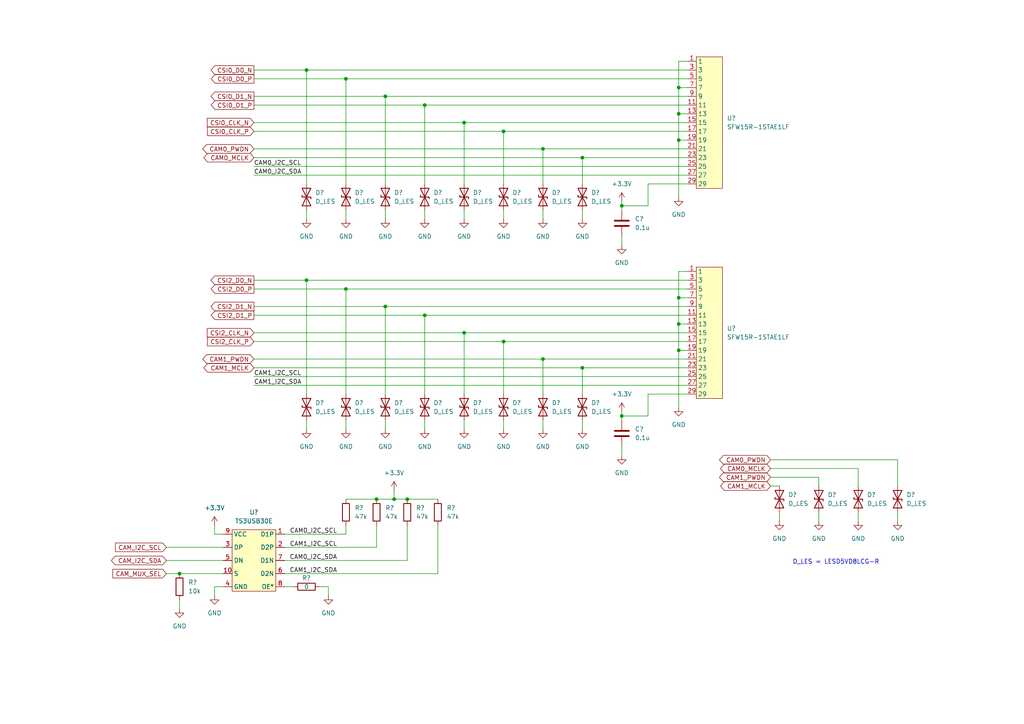
<source format=kicad_sch>
(kicad_sch (version 20211123) (generator eeschema)
  (paper "A4")
  (title_block (title "CSI Cameras") (date "2022-09-18") (rev "1.0"))
  (lib_symbols
    (symbol "Analog_Switches:TS3USB30E"
      (property "Reference" "U" (at 0 5.08 0))
      (property "Value" "TS3USB30E" (at 0 2.54 0))
      (symbol "TS3USB30E_0_1"
        (rectangle (start -6.35 -1.27) (end 6.35 -19.05) (fill (type background)))
      )
      (symbol "TS3USB30E_1_1"
        (pin input line (at 8.89 -2.54 180) (length 2.54) (name "D1P") (number "1"))
        (pin input line (at -8.89 -13.97 0) (length 2.54) (name "S") (number "10"))
        (pin input line (at 8.89 -6.35 180) (length 2.54) (name "D2P") (number "2"))
        (pin input line (at -8.89 -6.35 0) (length 2.54) (name "DP") (number "3"))
        (pin input line (at -8.89 -17.78 0) (length 2.54) (name "GND") (number "4"))
        (pin input line (at -8.89 -10.16 0) (length 2.54) (name "DN") (number "5"))
        (pin input line (at 8.89 -13.97 180) (length 2.54) (name "D2N") (number "6"))
        (pin input line (at 8.89 -10.16 180) (length 2.54) (name "D1N") (number "7"))
        (pin input line (at 8.89 -17.78 180) (length 2.54) (name "OE*") (number "8"))
        (pin input line (at -8.89 -2.54 0) (length 2.54) (name "VCC") (number "9"))
      )
    )
    (symbol "Device:C" (pin_numbers hide) (pin_names (offset 0.254))
      (property "Reference" "C" (at 0.635 2.54 0))
      (property "Value" "C" (at 0.635 -2.54 0))
      (symbol "C_0_1"
        (polyline (pts (xy -2.032 -0.762) (xy 2.032 -0.762)) (stroke (width 0.508)))
        (polyline (pts (xy -2.032 0.762) (xy 2.032 0.762)) (stroke (width 0.508)))
      )
      (symbol "C_1_1"
        (pin passive line (at 0 3.81 270) (length 2.794) (name "~") (number "1"))
        (pin passive line (at 0 -3.81 90) (length 2.794) (name "~") (number "2"))
      )
    )
    (symbol "Device:D_TVS" (pin_numbers hide) (pin_names (offset 1.016) hide)
      (property "Reference" "D" (at 0 2.54 0))
      (property "Value" "D_TVS" (at 0 -2.54 0))
      (symbol "D_TVS_0_1"
        (polyline (pts (xy 1.27 0) (xy -1.27 0)))
        (polyline (pts (xy 0.508 1.27) (xy 0 1.27) (xy 0 -1.27) (xy -0.508 -1.27)) (stroke (width 0.254)))
        (polyline (pts (xy -2.54 1.27) (xy -2.54 -1.27) (xy 2.54 1.27) (xy 2.54 -1.27) (xy -2.54 1.27)) (stroke (width 0.254)))
      )
      (symbol "D_TVS_1_1"
        (pin passive line (at -3.81 0 0) (length 2.54) (name "A1") (number "1"))
        (pin passive line (at 3.81 0 180) (length 2.54) (name "A2") (number "2"))
      )
    )
    (symbol "Device:R" (pin_numbers hide) (pin_names (offset 0))
      (property "Reference" "R" (at 2.032 0 90))
      (property "Value" "R" (at 0 0 90))
      (symbol "R_0_1"
        (rectangle (start -1.016 -2.54) (end 1.016 2.54) (stroke (width 0.254)))
      )
      (symbol "R_1_1"
        (pin passive line (at 0 3.81 270) (length 1.27) (name "~") (number "1"))
        (pin passive line (at 0 -3.81 90) (length 1.27) (name "~") (number "2"))
      )
    )
    (symbol "SFW15R-1STAE1LF_1"
      (property "Reference" "U" (at 0 5.08 0))
      (property "Value" "SFW15R-1STAE1LF_1" (at 0 2.54 0))
      (symbol "SFW15R-1STAE1LF_1_0_1"
        (rectangle (start -3.81 -1.27) (end 3.81 -39.37) (fill (type background)))
      )
      (symbol "SFW15R-1STAE1LF_1_1_1"
        (pin input line (at -6.35 -2.54 0) (length 2.54) (name "1") (number "1"))
        (pin input line (at 6.35 -12.7 180) (length 2.54) hide (name "NC") (number "10"))
        (pin input line (at -6.35 -15.24 0) (length 2.54) (name "11") (number "11"))
        (pin input line (at 6.35 -15.24 180) (length 2.54) hide (name "NC") (number "12"))
        (pin input line (at -6.35 -17.78 0) (length 2.54) (name "13") (number "13"))
        (pin input line (at 6.35 -17.78 180) (length 2.54) hide (name "NC") (number "14"))
        (pin input line (at -6.35 -20.32 0) (length 2.54) (name "15") (number "15"))
        (pin input line (at 6.35 -20.32 180) (length 2.54) hide (name "NC") (number "16"))
        (pin input line (at -6.35 -22.86 0) (length 2.54) (name "17") (number "17"))
        (pin input line (at 6.35 -22.86 180) (length 2.54) hide (name "NC") (number "18"))
        (pin input line (at -6.35 -25.4 0) (length 2.54) (name "19") (number "19"))
        (pin input line (at 6.35 -2.54 180) (length 2.54) hide (name "NC") (number "2"))
        (pin input line (at 6.35 -25.4 180) (length 2.54) hide (name "NC") (number "20"))
        (pin input line (at -6.35 -27.94 0) (length 2.54) (name "21") (number "21"))
        (pin input line (at 6.35 -27.94 180) (length 2.54) hide (name "NC") (number "22"))
        (pin input line (at -6.35 -30.48 0) (length 2.54) (name "23") (number "23"))
        (pin input line (at 6.35 -30.48 180) (length 2.54) hide (name "NC") (number "24"))
        (pin input line (at -6.35 -33.02 0) (length 2.54) (name "25") (number "25"))
        (pin input line (at 6.35 -33.02 180) (length 2.54) hide (name "NC") (number "26"))
        (pin input line (at -6.35 -35.56 0) (length 2.54) (name "27") (number "27"))
        (pin input line (at 6.35 -35.56 180) (length 2.54) hide (name "NC") (number "28"))
        (pin input line (at -6.35 -38.1 0) (length 2.54) (name "29") (number "29"))
        (pin input line (at -6.35 -5.08 0) (length 2.54) (name "3") (number "3"))
        (pin input line (at 6.35 -38.1 180) (length 2.54) hide (name "NC") (number "30"))
        (pin input line (at 6.35 -5.08 180) (length 2.54) hide (name "NC") (number "4"))
        (pin input line (at -6.35 -7.62 0) (length 2.54) (name "5") (number "5"))
        (pin input line (at 6.35 -7.62 180) (length 2.54) hide (name "NC") (number "6"))
        (pin input line (at -6.35 -10.16 0) (length 2.54) (name "7") (number "7"))
        (pin input line (at 6.35 -10.16 180) (length 2.54) hide (name "NC") (number "8"))
        (pin input line (at -6.35 -12.7 0) (length 2.54) (name "9") (number "9"))
      )
    )
    (symbol "ffc_connector:SFW15R-1STAE1LF"
      (property "Reference" "U" (at 0 5.08 0))
      (property "Value" "SFW15R-1STAE1LF" (at 0 2.54 0))
      (symbol "SFW15R-1STAE1LF_0_1"
        (rectangle (start -3.81 -1.27) (end 3.81 -39.37) (fill (type background)))
      )
      (symbol "SFW15R-1STAE1LF_1_1"
        (pin input line (at -6.35 -2.54 0) (length 2.54) (name "1") (number "1"))
        (pin input line (at 6.35 -12.7 180) (length 2.54) hide (name "NC") (number "10"))
        (pin input line (at -6.35 -15.24 0) (length 2.54) (name "11") (number "11"))
        (pin input line (at 6.35 -15.24 180) (length 2.54) hide (name "NC") (number "12"))
        (pin input line (at -6.35 -17.78 0) (length 2.54) (name "13") (number "13"))
        (pin input line (at 6.35 -17.78 180) (length 2.54) hide (name "NC") (number "14"))
        (pin input line (at -6.35 -20.32 0) (length 2.54) (name "15") (number "15"))
        (pin input line (at 6.35 -20.32 180) (length 2.54) hide (name "NC") (number "16"))
        (pin input line (at -6.35 -22.86 0) (length 2.54) (name "17") (number "17"))
        (pin input line (at 6.35 -22.86 180) (length 2.54) hide (name "NC") (number "18"))
        (pin input line (at -6.35 -25.4 0) (length 2.54) (name "19") (number "19"))
        (pin input line (at 6.35 -2.54 180) (length 2.54) hide (name "NC") (number "2"))
        (pin input line (at 6.35 -25.4 180) (length 2.54) hide (name "NC") (number "20"))
        (pin input line (at -6.35 -27.94 0) (length 2.54) (name "21") (number "21"))
        (pin input line (at 6.35 -27.94 180) (length 2.54) hide (name "NC") (number "22"))
        (pin input line (at -6.35 -30.48 0) (length 2.54) (name "23") (number "23"))
        (pin input line (at 6.35 -30.48 180) (length 2.54) hide (name "NC") (number "24"))
        (pin input line (at -6.35 -33.02 0) (length 2.54) (name "25") (number "25"))
        (pin input line (at 6.35 -33.02 180) (length 2.54) hide (name "NC") (number "26"))
        (pin input line (at -6.35 -35.56 0) (length 2.54) (name "27") (number "27"))
        (pin input line (at 6.35 -35.56 180) (length 2.54) hide (name "NC") (number "28"))
        (pin input line (at -6.35 -38.1 0) (length 2.54) (name "29") (number "29"))
        (pin input line (at -6.35 -5.08 0) (length 2.54) (name "3") (number "3"))
        (pin input line (at 6.35 -38.1 180) (length 2.54) hide (name "NC") (number "30"))
        (pin input line (at 6.35 -5.08 180) (length 2.54) hide (name "NC") (number "4"))
        (pin input line (at -6.35 -7.62 0) (length 2.54) (name "5") (number "5"))
        (pin input line (at 6.35 -7.62 180) (length 2.54) hide (name "NC") (number "6"))
        (pin input line (at -6.35 -10.16 0) (length 2.54) (name "7") (number "7"))
        (pin input line (at 6.35 -10.16 180) (length 2.54) hide (name "NC") (number "8"))
        (pin input line (at -6.35 -12.7 0) (length 2.54) (name "9") (number "9"))
      )
    )
    (symbol "power:+3.3V" (power) (pin_names (offset 0))
      (property "Value" "+3.3V" (at 0 3.556 0))
      (symbol "+3.3V_0_1"
        (polyline (pts (xy -0.762 1.27) (xy 0 2.54)))
        (polyline (pts (xy 0 0) (xy 0 2.54)))
        (polyline (pts (xy 0 2.54) (xy 0.762 1.27)))
      )
      (symbol "+3.3V_1_1"
        (pin power_in line (at 0 0 90) (length 0) hide (name "+3.3V") (number "1"))
      )
    )
    (symbol "power:GND" (power) (pin_names (offset 0))
      (property "Value" "GND" (at 0 -3.81 0))
      (symbol "GND_0_1"
        (polyline (pts (xy 0 0) (xy 0 -1.27) (xy 1.27 -1.27) (xy 0 -2.54) (xy -1.27 -1.27) (xy 0 -1.27)))
      )
      (symbol "GND_1_1"
        (pin power_in line (at 0 0 270) (length 0) hide (name "GND") (number "1"))
      )
    )
  )
  (junction (at 88.9 81.28))
  (junction (at 111.76 27.94))
  (junction (at 100.33 83.82))
  (junction (at 168.91 45.72))
  (junction (at 146.05 38.1))
  (junction (at 196.85 101.6))
  (junction (at 196.85 25.4))
  (junction (at 118.11 144.78))
  (junction (at 100.33 22.86))
  (junction (at 114.3 144.78))
  (junction (at 109.22 144.78))
  (junction (at 196.85 40.64))
  (junction (at 196.85 86.36))
  (junction (at 111.76 88.9))
  (junction (at 146.05 99.06))
  (junction (at 52.07 166.37))
  (junction (at 168.91 106.68))
  (junction (at 180.34 59.69))
  (junction (at 180.34 120.65))
  (junction (at 157.48 43.18))
  (junction (at 196.85 33.02))
  (junction (at 123.19 30.48))
  (junction (at 134.62 35.56))
  (junction (at 88.9 20.32))
  (junction (at 157.48 104.14))
  (junction (at 196.85 93.98))
  (junction (at 123.19 91.44))
  (junction (at 134.62 96.52))
  (wire (pts (xy 73.66 48.26) (xy 199.39 48.26)))
  (wire (pts (xy 157.48 104.14) (xy 199.39 104.14)))
  (wire (pts (xy 196.85 86.36) (xy 199.39 86.36)))
  (wire (pts (xy 73.66 22.86) (xy 100.33 22.86)))
  (wire (pts (xy 199.39 53.34) (xy 187.96 53.34)))
  (wire (pts (xy 248.92 135.89) (xy 248.92 140.97)))
  (wire (pts (xy 134.62 96.52) (xy 199.39 96.52)))
  (wire (pts (xy 73.66 45.72) (xy 168.91 45.72)))
  (wire (pts (xy 111.76 60.96) (xy 111.76 63.5)))
  (wire (pts (xy 146.05 60.96) (xy 146.05 63.5)))
  (wire (pts (xy 123.19 60.96) (xy 123.19 63.5)))
  (wire (pts (xy 109.22 144.78) (xy 114.3 144.78)))
  (wire (pts (xy 118.11 162.56) (xy 118.11 152.4)))
  (wire (pts (xy 168.91 45.72) (xy 199.39 45.72)))
  (wire (pts (xy 134.62 96.52) (xy 134.62 114.3)))
  (wire (pts (xy 73.66 104.14) (xy 157.48 104.14)))
  (wire (pts (xy 82.55 154.94) (xy 100.33 154.94)))
  (wire (pts (xy 73.66 30.48) (xy 123.19 30.48)))
  (wire (pts (xy 48.26 162.56) (xy 64.77 162.56)))
  (wire (pts (xy 196.85 40.64) (xy 196.85 57.15)))
  (wire (pts (xy 199.39 93.98) (xy 196.85 93.98)))
  (wire (pts (xy 73.66 35.56) (xy 134.62 35.56)))
  (wire (pts (xy 48.26 158.75) (xy 64.77 158.75)))
  (wire (pts (xy 88.9 20.32) (xy 199.39 20.32)))
  (wire (pts (xy 168.91 106.68) (xy 168.91 114.3)))
  (wire (pts (xy 180.34 120.65) (xy 180.34 121.92)))
  (wire (pts (xy 199.39 78.74) (xy 196.85 78.74)))
  (wire (pts (xy 111.76 27.94) (xy 111.76 53.34)))
  (wire (pts (xy 95.25 170.18) (xy 92.71 170.18)))
  (wire (pts (xy 100.33 60.96) (xy 100.33 63.5)))
  (wire (pts (xy 226.06 148.59) (xy 226.06 151.13)))
  (wire (pts (xy 127 166.37) (xy 127 152.4)))
  (wire (pts (xy 73.66 20.32) (xy 88.9 20.32)))
  (wire (pts (xy 114.3 142.24) (xy 114.3 144.78)))
  (wire (pts (xy 88.9 121.92) (xy 88.9 124.46)))
  (wire (pts (xy 157.48 121.92) (xy 157.48 124.46)))
  (wire (pts (xy 73.66 99.06) (xy 146.05 99.06)))
  (wire (pts (xy 248.92 148.59) (xy 248.92 151.13)))
  (wire (pts (xy 100.33 22.86) (xy 199.39 22.86)))
  (wire (pts (xy 88.9 20.32) (xy 88.9 53.34)))
  (wire (pts (xy 73.66 50.8) (xy 199.39 50.8)))
  (wire (pts (xy 73.66 83.82) (xy 100.33 83.82)))
  (wire (pts (xy 123.19 91.44) (xy 123.19 114.3)))
  (wire (pts (xy 237.49 138.43) (xy 237.49 140.97)))
  (wire (pts (xy 52.07 166.37) (xy 64.77 166.37)))
  (wire (pts (xy 82.55 166.37) (xy 127 166.37)))
  (wire (pts (xy 260.35 148.59) (xy 260.35 151.13)))
  (wire (pts (xy 146.05 121.92) (xy 146.05 124.46)))
  (wire (pts (xy 123.19 91.44) (xy 199.39 91.44)))
  (wire (pts (xy 199.39 40.64) (xy 196.85 40.64)))
  (wire (pts (xy 73.66 111.76) (xy 199.39 111.76)))
  (wire (pts (xy 223.52 138.43) (xy 237.49 138.43)))
  (wire (pts (xy 260.35 133.35) (xy 260.35 140.97)))
  (wire (pts (xy 157.48 43.18) (xy 199.39 43.18)))
  (wire (pts (xy 223.52 133.35) (xy 260.35 133.35)))
  (wire (pts (xy 73.66 43.18) (xy 157.48 43.18)))
  (wire (pts (xy 196.85 40.64) (xy 196.85 33.02)))
  (wire (pts (xy 157.48 104.14) (xy 157.48 114.3)))
  (wire (pts (xy 111.76 121.92) (xy 111.76 124.46)))
  (wire (pts (xy 111.76 88.9) (xy 199.39 88.9)))
  (wire (pts (xy 73.66 96.52) (xy 134.62 96.52)))
  (wire (pts (xy 100.33 144.78) (xy 109.22 144.78)))
  (wire (pts (xy 82.55 170.18) (xy 85.09 170.18)))
  (wire (pts (xy 73.66 91.44) (xy 123.19 91.44)))
  (wire (pts (xy 48.26 166.37) (xy 52.07 166.37)))
  (wire (pts (xy 62.23 170.18) (xy 64.77 170.18)))
  (wire (pts (xy 73.66 109.22) (xy 199.39 109.22)))
  (wire (pts (xy 187.96 114.3) (xy 187.96 120.65)))
  (wire (pts (xy 118.11 144.78) (xy 127 144.78)))
  (wire (pts (xy 88.9 60.96) (xy 88.9 63.5)))
  (wire (pts (xy 134.62 60.96) (xy 134.62 63.5)))
  (wire (pts (xy 146.05 38.1) (xy 199.39 38.1)))
  (wire (pts (xy 100.33 83.82) (xy 100.33 114.3)))
  (wire (pts (xy 187.96 53.34) (xy 187.96 59.69)))
  (wire (pts (xy 111.76 88.9) (xy 111.76 114.3)))
  (wire (pts (xy 187.96 120.65) (xy 180.34 120.65)))
  (wire (pts (xy 199.39 17.78) (xy 196.85 17.78)))
  (wire (pts (xy 180.34 68.58) (xy 180.34 71.12)))
  (wire (pts (xy 109.22 158.75) (xy 109.22 152.4)))
  (wire (pts (xy 168.91 106.68) (xy 199.39 106.68)))
  (wire (pts (xy 146.05 99.06) (xy 146.05 114.3)))
  (wire (pts (xy 146.05 99.06) (xy 199.39 99.06)))
  (wire (pts (xy 199.39 33.02) (xy 196.85 33.02)))
  (wire (pts (xy 196.85 101.6) (xy 196.85 93.98)))
  (wire (pts (xy 62.23 154.94) (xy 64.77 154.94)))
  (wire (pts (xy 100.33 121.92) (xy 100.33 124.46)))
  (wire (pts (xy 168.91 121.92) (xy 168.91 124.46)))
  (wire (pts (xy 88.9 81.28) (xy 88.9 114.3)))
  (wire (pts (xy 196.85 93.98) (xy 196.85 86.36)))
  (wire (pts (xy 52.07 173.99) (xy 52.07 176.53)))
  (wire (pts (xy 62.23 152.4) (xy 62.23 154.94)))
  (wire (pts (xy 157.48 60.96) (xy 157.48 63.5)))
  (wire (pts (xy 100.33 22.86) (xy 100.33 53.34)))
  (wire (pts (xy 196.85 78.74) (xy 196.85 86.36)))
  (wire (pts (xy 199.39 114.3) (xy 187.96 114.3)))
  (wire (pts (xy 187.96 59.69) (xy 180.34 59.69)))
  (wire (pts (xy 134.62 121.92) (xy 134.62 124.46)))
  (wire (pts (xy 180.34 129.54) (xy 180.34 132.08)))
  (wire (pts (xy 223.52 140.97) (xy 226.06 140.97)))
  (wire (pts (xy 196.85 17.78) (xy 196.85 25.4)))
  (wire (pts (xy 196.85 33.02) (xy 196.85 25.4)))
  (wire (pts (xy 82.55 162.56) (xy 118.11 162.56)))
  (wire (pts (xy 82.55 158.75) (xy 109.22 158.75)))
  (wire (pts (xy 73.66 38.1) (xy 146.05 38.1)))
  (wire (pts (xy 168.91 60.96) (xy 168.91 63.5)))
  (wire (pts (xy 199.39 101.6) (xy 196.85 101.6)))
  (wire (pts (xy 123.19 30.48) (xy 123.19 53.34)))
  (wire (pts (xy 100.33 152.4) (xy 100.33 154.94)))
  (wire (pts (xy 134.62 35.56) (xy 134.62 53.34)))
  (wire (pts (xy 100.33 83.82) (xy 199.39 83.82)))
  (wire (pts (xy 157.48 43.18) (xy 157.48 53.34)))
  (wire (pts (xy 73.66 106.68) (xy 168.91 106.68)))
  (wire (pts (xy 111.76 27.94) (xy 199.39 27.94)))
  (wire (pts (xy 237.49 148.59) (xy 237.49 151.13)))
  (wire (pts (xy 73.66 27.94) (xy 111.76 27.94)))
  (wire (pts (xy 134.62 35.56) (xy 199.39 35.56)))
  (wire (pts (xy 168.91 45.72) (xy 168.91 53.34)))
  (wire (pts (xy 73.66 81.28) (xy 88.9 81.28)))
  (wire (pts (xy 196.85 25.4) (xy 199.39 25.4)))
  (wire (pts (xy 123.19 121.92) (xy 123.19 124.46)))
  (wire (pts (xy 146.05 38.1) (xy 146.05 53.34)))
  (wire (pts (xy 180.34 59.69) (xy 180.34 60.96)))
  (wire (pts (xy 62.23 172.72) (xy 62.23 170.18)))
  (wire (pts (xy 123.19 30.48) (xy 199.39 30.48)))
  (wire (pts (xy 73.66 88.9) (xy 111.76 88.9)))
  (wire (pts (xy 196.85 101.6) (xy 196.85 118.11)))
  (wire (pts (xy 95.25 172.72) (xy 95.25 170.18)))
  (wire (pts (xy 180.34 58.42) (xy 180.34 59.69)))
  (wire (pts (xy 223.52 135.89) (xy 248.92 135.89)))
  (wire (pts (xy 88.9 81.28) (xy 199.39 81.28)))
  (wire (pts (xy 180.34 119.38) (xy 180.34 120.65)))
  (wire (pts (xy 114.3 144.78) (xy 118.11 144.78)))
  (text "D_LES = LESD5VD8LCG-R" (at 229.87 163.83 0) (effects (font (size 1.27 1.27)) (justify left bottom)))
  (label "CAM0_I2C_SDA" (at 73.66 50.8 0))
  (label "CAM0_I2C_SDA" (at 97.79 162.56 180))
  (label "CAM1_I2C_SCL" (at 73.66 109.22 0))
  (label "CAM0_I2C_SCL" (at 73.66 48.26 0))
  (label "CAM0_I2C_SCL" (at 97.79 154.94 180))
  (label "CAM1_I2C_SDA" (at 73.66 111.76 0))
  (label "CAM1_I2C_SCL" (at 97.79 158.75 180))
  (label "CAM1_I2C_SDA" (at 97.79 166.37 180))
  (global_label "CSI2_CLK_N" (shape input) (at 73.66 96.52 180) (property "Intersheet References" "${INTERSHEET_REFS}" (effects hide)))
  (global_label "CSI2_CLK_P" (shape input) (at 73.66 99.06 180) (property "Intersheet References" "${INTERSHEET_REFS}" (effects hide)))
  (global_label "CAM1_PWDN" (shape bidirectional) (at 73.66 104.14 180) (property "Intersheet References" "${INTERSHEET_REFS}" (effects hide)))
  (global_label "CSI0_D0_N" (shape output) (at 73.66 20.32 180) (property "Intersheet References" "${INTERSHEET_REFS}" (effects hide)))
  (global_label "CAM1_MCLK" (shape bidirectional) (at 223.52 140.97 180) (property "Intersheet References" "${INTERSHEET_REFS}" (effects hide)))
  (global_label "CSI0_D1_N" (shape output) (at 73.66 27.94 180) (property "Intersheet References" "${INTERSHEET_REFS}" (effects hide)))
  (global_label "CAM0_PWDN" (shape bidirectional) (at 73.66 43.18 180) (property "Intersheet References" "${INTERSHEET_REFS}" (effects hide)))
  (global_label "CAM1_MCLK" (shape bidirectional) (at 73.66 106.68 180) (property "Intersheet References" "${INTERSHEET_REFS}" (effects hide)))
  (global_label "CSI2_D0_P" (shape output) (at 73.66 83.82 180) (property "Intersheet References" "${INTERSHEET_REFS}" (effects hide)))
  (global_label "CAM_MUX_SEL" (shape input) (at 48.26 166.37 180) (property "Intersheet References" "${INTERSHEET_REFS}" (effects hide)))
  (global_label "CAM_I2C_SDA" (shape bidirectional) (at 48.26 162.56 180) (property "Intersheet References" "${INTERSHEET_REFS}" (effects hide)))
  (global_label "CAM_I2C_SCL" (shape input) (at 48.26 158.75 180) (property "Intersheet References" "${INTERSHEET_REFS}" (effects hide)))
  (global_label "CAM0_PWDN" (shape bidirectional) (at 223.52 133.35 180) (property "Intersheet References" "${INTERSHEET_REFS}" (effects hide)))
  (global_label "CSI2_D1_N" (shape output) (at 73.66 88.9 180) (property "Intersheet References" "${INTERSHEET_REFS}" (effects hide)))
  (global_label "CAM0_MCLK" (shape bidirectional) (at 73.66 45.72 180) (property "Intersheet References" "${INTERSHEET_REFS}" (effects hide)))
  (global_label "CAM1_PWDN" (shape bidirectional) (at 223.52 138.43 180) (property "Intersheet References" "${INTERSHEET_REFS}" (effects hide)))
  (global_label "CSI2_D0_N" (shape output) (at 73.66 81.28 180) (property "Intersheet References" "${INTERSHEET_REFS}" (effects hide)))
  (global_label "CSI0_CLK_P" (shape input) (at 73.66 38.1 180) (property "Intersheet References" "${INTERSHEET_REFS}" (effects hide)))
  (global_label "CSI0_D0_P" (shape output) (at 73.66 22.86 180) (property "Intersheet References" "${INTERSHEET_REFS}" (effects hide)))
  (global_label "CSI2_D1_P" (shape output) (at 73.66 91.44 180) (property "Intersheet References" "${INTERSHEET_REFS}" (effects hide)))
  (global_label "CSI0_CLK_N" (shape input) (at 73.66 35.56 180) (property "Intersheet References" "${INTERSHEET_REFS}" (effects hide)))
  (global_label "CAM0_MCLK" (shape bidirectional) (at 223.52 135.89 180) (property "Intersheet References" "${INTERSHEET_REFS}" (effects hide)))
  (global_label "CSI0_D1_P" (shape output) (at 73.66 30.48 180) (property "Intersheet References" "${INTERSHEET_REFS}" (effects hide)))
  (symbol (lib_id "power:GND") (at 146.05 124.46 0) (unit 1)
    (property "Reference" "#PWR?" (effects hide))
    (property "Value" "GND" (at 146.05 129.54 0))
  )
  (symbol (lib_id "Device:D_TVS") (at 157.48 57.15 90) (unit 1)
    (property "Reference" "D?" (at 160.02 55.8799 90) (effects (justify right)))
    (property "Value" "D_LES" (at 160.02 58.4199 90) (effects (justify right)))
  )
  (symbol (lib_id "Device:D_TVS") (at 88.9 57.15 90) (unit 1)
    (property "Reference" "D?" (at 91.44 55.8799 90) (effects (justify right)))
    (property "Value" "D_LES" (at 91.44 58.4199 90) (effects (justify right)))
  )
  (symbol (lib_id "Device:D_TVS") (at 100.33 118.11 90) (unit 1)
    (property "Reference" "D?" (at 102.87 116.8399 90) (effects (justify right)))
    (property "Value" "D_LES" (at 102.87 119.3799 90) (effects (justify right)))
  )
  (symbol (lib_id "Device:D_TVS") (at 123.19 118.11 90) (unit 1)
    (property "Reference" "D?" (at 125.73 116.8399 90) (effects (justify right)))
    (property "Value" "D_LES" (at 125.73 119.3799 90) (effects (justify right)))
  )
  (symbol (lib_id "Device:R") (at 52.07 170.18 0) (unit 1)
    (property "Reference" "R?" (at 54.61 168.9099 0) (effects (justify left)))
    (property "Value" "10k" (at 54.61 171.4499 0) (effects (justify left)))
  )
  (symbol (lib_id "power:GND") (at 134.62 63.5 0) (unit 1)
    (property "Reference" "#PWR?" (effects hide))
    (property "Value" "GND" (at 134.62 68.58 0))
  )
  (symbol (lib_id "power:+3.3V") (at 180.34 58.42 0) (unit 1)
    (property "Reference" "#PWR?" (effects hide))
    (property "Value" "+3.3V" (at 180.34 53.34 0))
  )
  (symbol (lib_id "power:GND") (at 52.07 176.53 0) (unit 1)
    (property "Reference" "#PWR?" (effects hide))
    (property "Value" "GND" (at 52.07 181.61 0))
  )
  (symbol (lib_id "Device:D_TVS") (at 226.06 144.78 90) (unit 1)
    (property "Reference" "D?" (at 228.6 143.5099 90) (effects (justify right)))
    (property "Value" "D_LES" (at 228.6 146.0499 90) (effects (justify right)))
  )
  (symbol (lib_id "power:GND") (at 196.85 57.15 0) (unit 1)
    (property "Reference" "#PWR?" (effects hide))
    (property "Value" "GND" (at 196.85 62.23 0))
  )
  (symbol (lib_id "Device:D_TVS") (at 248.92 144.78 90) (unit 1)
    (property "Reference" "D?" (at 251.46 143.5099 90) (effects (justify right)))
    (property "Value" "D_LES" (at 251.46 146.0499 90) (effects (justify right)))
  )
  (symbol (lib_id "Device:D_TVS") (at 134.62 118.11 90) (unit 1)
    (property "Reference" "D?" (at 137.16 116.8399 90) (effects (justify right)))
    (property "Value" "D_LES" (at 137.16 119.3799 90) (effects (justify right)))
  )
  (symbol (lib_id "power:GND") (at 100.33 124.46 0) (unit 1)
    (property "Reference" "#PWR?" (effects hide))
    (property "Value" "GND" (at 100.33 129.54 0))
  )
  (symbol (lib_id "power:GND") (at 180.34 132.08 0) (unit 1)
    (property "Reference" "#PWR?" (effects hide))
    (property "Value" "GND" (at 180.34 137.16 0))
  )
  (symbol (lib_id "power:GND") (at 260.35 151.13 0) (unit 1)
    (property "Reference" "#PWR?" (effects hide))
    (property "Value" "GND" (at 260.35 156.21 0))
  )
  (symbol (lib_id "power:GND") (at 226.06 151.13 0) (unit 1)
    (property "Reference" "#PWR?" (effects hide))
    (property "Value" "GND" (at 226.06 156.21 0))
  )
  (symbol (lib_id "power:GND") (at 100.33 63.5 0) (unit 1)
    (property "Reference" "#PWR?" (effects hide))
    (property "Value" "GND" (at 100.33 68.58 0))
  )
  (symbol (lib_id "power:GND") (at 237.49 151.13 0) (unit 1)
    (property "Reference" "#PWR?" (effects hide))
    (property "Value" "GND" (at 237.49 156.21 0))
  )
  (symbol (lib_id "Device:D_TVS") (at 237.49 144.78 90) (unit 1)
    (property "Reference" "D?" (at 240.03 143.5099 90) (effects (justify right)))
    (property "Value" "D_LES" (at 240.03 146.0499 90) (effects (justify right)))
  )
  (symbol (lib_id "power:GND") (at 123.19 63.5 0) (unit 1)
    (property "Reference" "#PWR?" (effects hide))
    (property "Value" "GND" (at 123.19 68.58 0))
  )
  (symbol (lib_id "Device:D_TVS") (at 111.76 57.15 90) (unit 1)
    (property "Reference" "D?" (at 114.3 55.8799 90) (effects (justify right)))
    (property "Value" "D_LES" (at 114.3 58.4199 90) (effects (justify right)))
  )
  (symbol (lib_id "Device:D_TVS") (at 157.48 118.11 90) (unit 1)
    (property "Reference" "D?" (at 160.02 116.8399 90) (effects (justify right)))
    (property "Value" "D_LES" (at 160.02 119.3799 90) (effects (justify right)))
  )
  (symbol (lib_id "Device:R") (at 100.33 148.59 0) (unit 1)
    (property "Reference" "R?" (at 102.87 147.3199 0) (effects (justify left)))
    (property "Value" "47k" (at 102.87 149.8599 0) (effects (justify left)))
  )
  (symbol (lib_id "Device:D_TVS") (at 88.9 118.11 90) (unit 1)
    (property "Reference" "D?" (at 91.44 116.8399 90) (effects (justify right)))
    (property "Value" "D_LES" (at 91.44 119.3799 90) (effects (justify right)))
  )
  (symbol (lib_id "Device:D_TVS") (at 111.76 118.11 90) (unit 1)
    (property "Reference" "D?" (at 114.3 116.8399 90) (effects (justify right)))
    (property "Value" "D_LES" (at 114.3 119.3799 90) (effects (justify right)))
  )
  (symbol (lib_id "power:GND") (at 168.91 63.5 0) (unit 1)
    (property "Reference" "#PWR?" (effects hide))
    (property "Value" "GND" (at 168.91 68.58 0))
  )
  (symbol (lib_id "power:+3.3V") (at 114.3 142.24 0) (unit 1)
    (property "Reference" "#PWR?" (effects hide))
    (property "Value" "+3.3V" (at 114.3 137.16 0))
  )
  (symbol (lib_id "Device:D_TVS") (at 146.05 118.11 90) (unit 1)
    (property "Reference" "D?" (at 148.59 116.8399 90) (effects (justify right)))
    (property "Value" "D_LES" (at 148.59 119.3799 90) (effects (justify right)))
  )
  (symbol (lib_id "Device:D_TVS") (at 168.91 57.15 90) (unit 1)
    (property "Reference" "D?" (at 171.45 55.8799 90) (effects (justify right)))
    (property "Value" "D_LES" (at 171.45 58.4199 90) (effects (justify right)))
  )
  (symbol (lib_id "Device:D_TVS") (at 123.19 57.15 90) (unit 1)
    (property "Reference" "D?" (at 125.73 55.8799 90) (effects (justify right)))
    (property "Value" "D_LES" (at 125.73 58.4199 90) (effects (justify right)))
  )
  (symbol (lib_id "Analog_Switches:TS3USB30E") (at 73.66 152.4 0) (unit 1)
    (property "Reference" "U?" (at 73.66 148.59 0))
    (property "Value" "TS3USB30E" (at 73.66 151.13 0))
  )
  (symbol (lib_id "power:GND") (at 168.91 124.46 0) (unit 1)
    (property "Reference" "#PWR?" (effects hide))
    (property "Value" "GND" (at 168.91 129.54 0))
  )
  (symbol (lib_id "power:+3.3V") (at 62.23 152.4 0) (unit 1)
    (property "Reference" "#PWR?" (effects hide))
    (property "Value" "+3.3V" (at 62.23 147.32 0))
  )
  (symbol (lib_id "Device:D_TVS") (at 100.33 57.15 90) (unit 1)
    (property "Reference" "D?" (at 102.87 55.8799 90) (effects (justify right)))
    (property "Value" "D_LES" (at 102.87 58.4199 90) (effects (justify right)))
  )
  (symbol (lib_id "power:GND") (at 157.48 63.5 0) (unit 1)
    (property "Reference" "#PWR?" (effects hide))
    (property "Value" "GND" (at 157.48 68.58 0))
  )
  (symbol (lib_id "power:GND") (at 157.48 124.46 0) (unit 1)
    (property "Reference" "#PWR?" (effects hide))
    (property "Value" "GND" (at 157.48 129.54 0))
  )
  (symbol (lib_id "Device:C") (at 180.34 125.73 0) (unit 1)
    (property "Reference" "C?" (at 184.15 124.4599 0) (effects (justify left)))
    (property "Value" "0.1u" (at 184.15 126.9999 0) (effects (justify left)))
  )
  (symbol (lib_id "power:GND") (at 111.76 63.5 0) (unit 1)
    (property "Reference" "#PWR?" (effects hide))
    (property "Value" "GND" (at 111.76 68.58 0))
  )
  (symbol (lib_id "power:GND") (at 123.19 124.46 0) (unit 1)
    (property "Reference" "#PWR?" (effects hide))
    (property "Value" "GND" (at 123.19 129.54 0))
  )
  (symbol (lib_id "power:GND") (at 88.9 63.5 0) (unit 1)
    (property "Reference" "#PWR?" (effects hide))
    (property "Value" "GND" (at 88.9 68.58 0))
  )
  (symbol (lib_id "power:GND") (at 62.23 172.72 0) (unit 1)
    (property "Reference" "#PWR?" (effects hide))
    (property "Value" "GND" (at 62.23 177.8 0))
  )
  (symbol (lib_id "power:GND") (at 180.34 71.12 0) (unit 1)
    (property "Reference" "#PWR?" (effects hide))
    (property "Value" "GND" (at 180.34 76.2 0))
  )
  (symbol (lib_id "Device:D_TVS") (at 260.35 144.78 90) (unit 1)
    (property "Reference" "D?" (at 262.89 143.5099 90) (effects (justify right)))
    (property "Value" "D_LES" (at 262.89 146.0499 90) (effects (justify right)))
  )
  (symbol (lib_id "power:GND") (at 196.85 118.11 0) (unit 1)
    (property "Reference" "#PWR?" (effects hide))
    (property "Value" "GND" (at 196.85 123.19 0))
  )
  (symbol (lib_id "power:GND") (at 248.92 151.13 0) (unit 1)
    (property "Reference" "#PWR?" (effects hide))
    (property "Value" "GND" (at 248.92 156.21 0))
  )
  (symbol (lib_id "power:GND") (at 134.62 124.46 0) (unit 1)
    (property "Reference" "#PWR?" (effects hide))
    (property "Value" "GND" (at 134.62 129.54 0))
  )
  (symbol (lib_id "Device:D_TVS") (at 146.05 57.15 90) (unit 1)
    (property "Reference" "D?" (at 148.59 55.8799 90) (effects (justify right)))
    (property "Value" "D_LES" (at 148.59 58.4199 90) (effects (justify right)))
  )
  (symbol (lib_name "SFW15R-1STAE1LF_1") (lib_id "ffc_connector:SFW15R-1STAE1LF") (at 205.74 76.2 0) (unit 1)
    (property "Reference" "U?" (at 210.82 95.2499 0) (effects (justify left)))
    (property "Value" "SFW15R-1STAE1LF" (at 210.82 97.7899 0) (effects (justify left)))
  )
  (symbol (lib_id "power:GND") (at 88.9 124.46 0) (unit 1)
    (property "Reference" "#PWR?" (effects hide))
    (property "Value" "GND" (at 88.9 129.54 0))
  )
  (symbol (lib_id "Device:D_TVS") (at 134.62 57.15 90) (unit 1)
    (property "Reference" "D?" (at 137.16 55.8799 90) (effects (justify right)))
    (property "Value" "D_LES" (at 137.16 58.4199 90) (effects (justify right)))
  )
  (symbol (lib_id "power:GND") (at 146.05 63.5 0) (unit 1)
    (property "Reference" "#PWR?" (effects hide))
    (property "Value" "GND" (at 146.05 68.58 0))
  )
  (symbol (lib_id "power:GND") (at 95.25 172.72 0) (unit 1)
    (property "Reference" "#PWR?" (effects hide))
    (property "Value" "GND" (at 95.25 177.8 0))
  )
  (symbol (lib_id "Device:D_TVS") (at 168.91 118.11 90) (unit 1)
    (property "Reference" "D?" (at 171.45 116.8399 90) (effects (justify right)))
    (property "Value" "D_LES" (at 171.45 119.3799 90) (effects (justify right)))
  )
  (symbol (lib_id "Device:R") (at 127 148.59 0) (unit 1)
    (property "Reference" "R?" (at 129.54 147.3199 0) (effects (justify left)))
    (property "Value" "47k" (at 129.54 149.8599 0) (effects (justify left)))
  )
  (symbol (lib_id "Device:R") (at 118.11 148.59 0) (unit 1)
    (property "Reference" "R?" (at 120.65 147.3199 0) (effects (justify left)))
    (property "Value" "47k" (at 120.65 149.8599 0) (effects (justify left)))
  )
  (symbol (lib_id "Device:C") (at 180.34 64.77 0) (unit 1)
    (property "Reference" "C?" (at 184.15 63.4999 0) (effects (justify left)))
    (property "Value" "0.1u" (at 184.15 66.0399 0) (effects (justify left)))
  )
  (symbol (lib_id "ffc_connector:SFW15R-1STAE1LF") (at 205.74 15.24 0) (unit 1)
    (property "Reference" "U?" (at 210.82 34.2899 0) (effects (justify left)))
    (property "Value" "SFW15R-1STAE1LF" (at 210.82 36.8299 0) (effects (justify left)))
  )
  (symbol (lib_id "power:GND") (at 111.76 124.46 0) (unit 1)
    (property "Reference" "#PWR?" (effects hide))
    (property "Value" "GND" (at 111.76 129.54 0))
  )
  (symbol (lib_id "Device:R") (at 88.9 170.18 90) (unit 1)
    (property "Reference" "R?" (at 88.9 167.64 90))
    (property "Value" "0" (at 88.9 170.18 90))
  )
  (symbol (lib_id "Device:R") (at 109.22 148.59 0) (unit 1)
    (property "Reference" "R?" (at 111.76 147.3199 0) (effects (justify left)))
    (property "Value" "47k" (at 111.76 149.8599 0) (effects (justify left)))
  )
  (symbol (lib_id "power:+3.3V") (at 180.34 119.38 0) (unit 1)
    (property "Reference" "#PWR?" (effects hide))
    (property "Value" "+3.3V" (at 180.34 114.3 0))
  )
)
</source>
